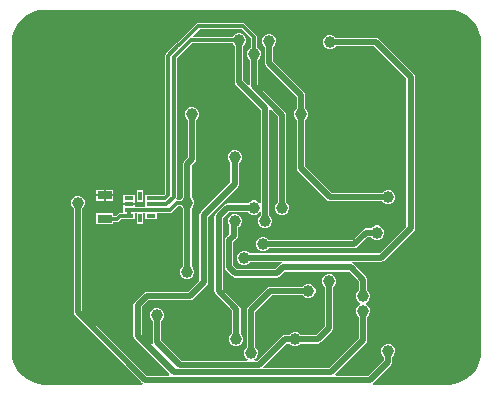
<source format=gbr>
%TF.GenerationSoftware,Altium Limited,Altium Designer,23.11.1 (41)*%
G04 Layer_Physical_Order=2*
G04 Layer_Color=16711680*
%FSLAX45Y45*%
%MOMM*%
%TF.SameCoordinates,EE14C10C-1293-43E7-8F5D-FAE76E51A431*%
%TF.FilePolarity,Positive*%
%TF.FileFunction,Copper,L2,Bot,Signal*%
%TF.Part,Single*%
G01*
G75*
%TA.AperFunction,SMDPad,CuDef*%
%ADD20R,1.20000X0.75000*%
%TA.AperFunction,Conductor*%
%ADD23C,0.50000*%
%TA.AperFunction,ViaPad*%
%ADD25C,5.00000*%
%ADD26C,1.00000*%
%TA.AperFunction,SMDPad,CuDef*%
%ADD27R,0.30000X0.80000*%
%ADD28R,0.80000X0.30000*%
%TA.AperFunction,Conductor*%
%ADD29C,0.30000*%
G36*
X11656158Y11282335D02*
X11692532Y11272589D01*
X11727321Y11258178D01*
X11759929Y11239352D01*
X11789803Y11216429D01*
X11816429Y11189803D01*
X11839352Y11159930D01*
X11858179Y11127319D01*
X11872589Y11092531D01*
X11882335Y11056159D01*
X11887250Y11018828D01*
Y11000000D01*
Y8400000D01*
Y8381172D01*
X11882335Y8343842D01*
X11872589Y8307468D01*
X11858178Y8272679D01*
X11839352Y8240070D01*
X11816429Y8210197D01*
X11789803Y8183571D01*
X11759929Y8160648D01*
X11727319Y8141821D01*
X11692531Y8127411D01*
X11656159Y8117665D01*
X11618828Y8112750D01*
X10972421D01*
X10968569Y8125450D01*
X10972634Y8128166D01*
X11125233Y8280766D01*
X11132969Y8292343D01*
X11135685Y8306000D01*
Y8350132D01*
X11150865Y8365312D01*
X11160000Y8387364D01*
Y8411234D01*
X11150865Y8433286D01*
X11133987Y8450165D01*
X11111934Y8459299D01*
X11088065D01*
X11066012Y8450165D01*
X11049134Y8433286D01*
X11040000Y8411234D01*
Y8387364D01*
X11049134Y8365312D01*
X11064314Y8350132D01*
Y8320781D01*
X10932618Y8189086D01*
X10657814D01*
X10652553Y8201786D01*
X10912033Y8461265D01*
X10919768Y8472843D01*
X10922485Y8486499D01*
Y8688333D01*
X10937664Y8703513D01*
X10946799Y8725565D01*
Y8749435D01*
X10937664Y8771487D01*
X10920786Y8788365D01*
X10909291Y8793127D01*
Y8806873D01*
X10920786Y8811634D01*
X10937664Y8828513D01*
X10946799Y8850565D01*
Y8874435D01*
X10937664Y8896487D01*
X10922485Y8911667D01*
Y9001401D01*
X10919768Y9015057D01*
X10912033Y9026635D01*
X10807534Y9131134D01*
X10795956Y9138869D01*
X10791203Y9139815D01*
X10792454Y9152515D01*
X11042401D01*
X11056057Y9155231D01*
X11067634Y9162967D01*
X11315534Y9410866D01*
X11323269Y9422444D01*
X11325986Y9436100D01*
Y10718800D01*
X11323269Y10732456D01*
X11315534Y10744034D01*
X11021133Y11038434D01*
X11009556Y11046170D01*
X10995899Y11048886D01*
X10655667D01*
X10640487Y11064066D01*
X10618435Y11073201D01*
X10594565D01*
X10572513Y11064066D01*
X10555634Y11047188D01*
X10546500Y11025135D01*
Y11001266D01*
X10555634Y10979213D01*
X10572513Y10962335D01*
X10594565Y10953201D01*
X10618435D01*
X10640487Y10962335D01*
X10655667Y10977515D01*
X10981118D01*
X11254614Y10704018D01*
Y9450882D01*
X11027619Y9223886D01*
X9929167D01*
X9913987Y9239066D01*
X9891935Y9248200D01*
X9868065D01*
X9846013Y9239066D01*
X9829135Y9222188D01*
X9820000Y9200135D01*
Y9176266D01*
X9829135Y9154213D01*
X9846013Y9137335D01*
X9868065Y9128201D01*
X9891935D01*
X9913987Y9137335D01*
X9929167Y9152515D01*
X10200646D01*
X10201897Y9139815D01*
X10197143Y9138869D01*
X10185566Y9131134D01*
X10145218Y9090786D01*
X9819182D01*
X9789286Y9120682D01*
Y9319718D01*
X9816833Y9347265D01*
X9824568Y9358843D01*
X9827285Y9372499D01*
Y9443857D01*
X9833987Y9446633D01*
X9850865Y9463512D01*
X9860000Y9485564D01*
Y9509434D01*
X9850865Y9531486D01*
X9833987Y9548364D01*
X9811935Y9557499D01*
X9788065D01*
X9766013Y9548364D01*
X9749134Y9531486D01*
X9740000Y9509434D01*
Y9485564D01*
X9749134Y9463512D01*
X9755913Y9456733D01*
Y9387280D01*
X9728366Y9359734D01*
X9720631Y9348156D01*
X9717914Y9334500D01*
Y9105900D01*
X9720631Y9092244D01*
X9728366Y9080666D01*
X9779166Y9029866D01*
X9790744Y9022131D01*
X9804400Y9019414D01*
X10160000D01*
X10173656Y9022131D01*
X10185233Y9029866D01*
X10225581Y9070214D01*
X10767518D01*
X10851113Y8986620D01*
Y8911667D01*
X10835933Y8896487D01*
X10826799Y8874435D01*
Y8850565D01*
X10835933Y8828513D01*
X10852812Y8811634D01*
X10864306Y8806873D01*
Y8793127D01*
X10852812Y8788365D01*
X10835933Y8771487D01*
X10826799Y8749435D01*
Y8725565D01*
X10835933Y8703513D01*
X10851113Y8688333D01*
Y8501280D01*
X10602418Y8252586D01*
X10048214D01*
X10042953Y8265286D01*
X10238282Y8460614D01*
X10264793D01*
X10279973Y8445434D01*
X10302025Y8436300D01*
X10325895D01*
X10347947Y8445434D01*
X10363127Y8460614D01*
X10502900D01*
X10516556Y8463331D01*
X10528134Y8471066D01*
X10625234Y8568166D01*
X10632969Y8579744D01*
X10635686Y8593400D01*
Y8937632D01*
X10650865Y8952812D01*
X10660000Y8974864D01*
Y8998734D01*
X10650865Y9020786D01*
X10633987Y9037665D01*
X10611935Y9046799D01*
X10588065D01*
X10566013Y9037665D01*
X10549134Y9020786D01*
X10540000Y8998734D01*
Y8974864D01*
X10549134Y8952812D01*
X10564314Y8937632D01*
Y8608181D01*
X10488118Y8531986D01*
X10363127D01*
X10347947Y8547166D01*
X10325895Y8556300D01*
X10302025D01*
X10279973Y8547166D01*
X10264793Y8531986D01*
X10223500D01*
X10209844Y8529269D01*
X10198266Y8521534D01*
X9992818Y8316086D01*
X9969803D01*
X9967277Y8328786D01*
X9972947Y8331134D01*
X9989826Y8348013D01*
X9998960Y8370065D01*
Y8393935D01*
X9989826Y8415987D01*
X9974646Y8431167D01*
Y8730379D01*
X10115381Y8871113D01*
X10375833D01*
X10391013Y8855934D01*
X10413065Y8846799D01*
X10436935D01*
X10458987Y8855934D01*
X10475866Y8872812D01*
X10485000Y8894864D01*
Y8918734D01*
X10475866Y8940786D01*
X10458987Y8957665D01*
X10436935Y8966799D01*
X10413065D01*
X10391013Y8957665D01*
X10375833Y8942485D01*
X10100599D01*
X10086943Y8939768D01*
X10075365Y8932033D01*
X9913726Y8770394D01*
X9905991Y8758816D01*
X9903274Y8745160D01*
Y8431167D01*
X9888095Y8415987D01*
X9878960Y8393935D01*
Y8370065D01*
X9888095Y8348013D01*
X9904973Y8331134D01*
X9910643Y8328786D01*
X9908117Y8316086D01*
X9349282D01*
X9177387Y8487980D01*
Y8650833D01*
X9192567Y8666013D01*
X9201701Y8688065D01*
Y8711935D01*
X9192567Y8733987D01*
X9175688Y8750866D01*
X9153636Y8760000D01*
X9129766D01*
X9107714Y8750866D01*
X9090836Y8733987D01*
X9081701Y8711935D01*
Y8688065D01*
X9090836Y8666013D01*
X9106015Y8650833D01*
Y8473199D01*
X9108545Y8460483D01*
X9107981Y8459731D01*
X9094756Y8456311D01*
X9014586Y8536482D01*
Y8773618D01*
X9069882Y8828914D01*
X9423400D01*
X9437056Y8831631D01*
X9448634Y8839366D01*
X9562934Y8953666D01*
X9570669Y8965244D01*
X9573386Y8978900D01*
Y9535618D01*
X9825234Y9787466D01*
X9832969Y9799044D01*
X9835686Y9812700D01*
Y9989033D01*
X9850865Y10004213D01*
X9860000Y10026266D01*
Y10050135D01*
X9850865Y10072188D01*
X9833987Y10089066D01*
X9811935Y10098200D01*
X9788065D01*
X9766013Y10089066D01*
X9749134Y10072188D01*
X9740000Y10050135D01*
Y10026266D01*
X9749134Y10004213D01*
X9764314Y9989033D01*
Y9827481D01*
X9512466Y9575634D01*
X9504731Y9564056D01*
X9502014Y9550400D01*
Y8993682D01*
X9408618Y8900286D01*
X9055100D01*
X9041444Y8897569D01*
X9029866Y8889834D01*
X8953666Y8813634D01*
X8945931Y8802056D01*
X8943214Y8788400D01*
Y8521700D01*
X8945931Y8508044D01*
X8953666Y8496466D01*
X9248347Y8201786D01*
X9243086Y8189086D01*
X9057182D01*
X8507186Y8739081D01*
Y9604132D01*
X8522366Y9619312D01*
X8531500Y9641365D01*
Y9665234D01*
X8522366Y9687287D01*
X8505487Y9704165D01*
X8483435Y9713299D01*
X8459566D01*
X8437513Y9704165D01*
X8420635Y9687287D01*
X8411500Y9665234D01*
Y9641365D01*
X8420635Y9619312D01*
X8435814Y9604132D01*
Y8724300D01*
X8438531Y8710643D01*
X8446267Y8699066D01*
X9017166Y8128166D01*
X9021231Y8125450D01*
X9017379Y8112750D01*
X8181172D01*
X8143840Y8117665D01*
X8107468Y8127411D01*
X8072679Y8141821D01*
X8040070Y8160648D01*
X8010197Y8183571D01*
X7983571Y8210197D01*
X7960648Y8240070D01*
X7941821Y8272680D01*
X7927411Y8307469D01*
X7917665Y8343841D01*
X7912750Y8381172D01*
Y8406800D01*
X7912750Y11000075D01*
X7912755Y11018900D01*
X7917678Y11056224D01*
X7927430Y11092588D01*
X7941844Y11127367D01*
X7960675Y11159969D01*
X7983597Y11189833D01*
X8010224Y11216452D01*
X8040094Y11239367D01*
X8072701Y11258189D01*
X8107483Y11272594D01*
X8143849Y11282336D01*
X8181176Y11287250D01*
X11618828D01*
X11656158Y11282335D01*
D02*
G37*
%LPC*%
G36*
X8770000Y9764000D02*
X8710000D01*
Y9726500D01*
X8770000D01*
Y9764000D01*
D02*
G37*
G36*
X8690000D02*
X8630000D01*
Y9726500D01*
X8690000D01*
Y9764000D01*
D02*
G37*
G36*
X8770000Y9706500D02*
X8710000D01*
Y9669000D01*
X8770000D01*
Y9706500D01*
D02*
G37*
G36*
X8690000D02*
X8630000D01*
Y9669000D01*
X8690000D01*
Y9706500D01*
D02*
G37*
G36*
X9025000Y9761500D02*
X8975000D01*
Y9661500D01*
X9025000D01*
Y9761500D01*
D02*
G37*
G36*
X8955000Y9716500D02*
X8855000D01*
X8855000Y9666500D01*
X8855000Y9653800D01*
Y9651499D01*
X8905000D01*
X8955000D01*
Y9666500D01*
X8955000Y9679200D01*
Y9716500D01*
D02*
G37*
G36*
X10102768Y11084168D02*
X10078898D01*
X10056846Y11075033D01*
X10039967Y11058155D01*
X10030833Y11036102D01*
Y11012233D01*
X10039967Y10990180D01*
X10055147Y10975001D01*
Y10838767D01*
X10057864Y10825111D01*
X10065599Y10813533D01*
X10327015Y10552118D01*
Y10449167D01*
X10311835Y10433987D01*
X10302701Y10411935D01*
Y10388065D01*
X10311835Y10366013D01*
X10327015Y10350833D01*
Y9944599D01*
X10329731Y9930943D01*
X10337467Y9919366D01*
X10582767Y9674066D01*
X10594344Y9666330D01*
X10608001Y9663614D01*
X11050833D01*
X11066012Y9648434D01*
X11088065Y9639299D01*
X11111934D01*
X11133987Y9648434D01*
X11150865Y9665312D01*
X11160000Y9687365D01*
Y9711234D01*
X11150865Y9733287D01*
X11133987Y9750165D01*
X11111934Y9759299D01*
X11088065D01*
X11066012Y9750165D01*
X11050833Y9734985D01*
X10622782D01*
X10398386Y9959381D01*
Y10350833D01*
X10413566Y10366013D01*
X10422701Y10388065D01*
Y10411935D01*
X10413566Y10433987D01*
X10398386Y10449167D01*
Y10566899D01*
X10395670Y10580556D01*
X10387934Y10592133D01*
X10126519Y10853549D01*
Y10975001D01*
X10141699Y10990180D01*
X10150833Y11012233D01*
Y11036102D01*
X10141699Y11058155D01*
X10124820Y11075033D01*
X10102768Y11084168D01*
D02*
G37*
G36*
X9867900Y11176090D02*
X9493832D01*
X9484077Y11174149D01*
X9475808Y11168624D01*
X9317273Y11010089D01*
X9312046Y11009049D01*
X9303776Y11003524D01*
X9214876Y10914624D01*
X9209351Y10906355D01*
X9207410Y10896600D01*
Y9726058D01*
X9198342Y9716990D01*
X9095000D01*
X9092538Y9716500D01*
X9045000D01*
Y9679200D01*
X9045000Y9666501D01*
X9044999D01*
Y9666499D01*
X9045000D01*
Y9616990D01*
X8963980D01*
X8955000Y9625970D01*
Y9631499D01*
X8905000D01*
X8855000D01*
Y9566990D01*
X8830000D01*
X8820245Y9565049D01*
X8811976Y9559524D01*
X8794442Y9541990D01*
X8770000D01*
Y9564000D01*
X8630000D01*
Y9469000D01*
X8770000D01*
Y9491010D01*
X8805000D01*
X8814755Y9492951D01*
X8823024Y9498476D01*
X8840558Y9516010D01*
X8905000D01*
X8907461Y9516500D01*
X8955000D01*
Y9566010D01*
X8975000D01*
Y9471500D01*
X9025000D01*
Y9566010D01*
X9045000D01*
Y9516500D01*
X9145000D01*
Y9566010D01*
X9248600D01*
X9258355Y9567951D01*
X9266624Y9573476D01*
X9320859Y9627711D01*
X9345615D01*
X9349134Y9619213D01*
X9364314Y9604033D01*
Y9115966D01*
X9349134Y9100786D01*
X9340000Y9078734D01*
Y9054864D01*
X9349134Y9032812D01*
X9366013Y9015933D01*
X9388065Y9006799D01*
X9411935D01*
X9433987Y9015933D01*
X9450866Y9032812D01*
X9460000Y9054864D01*
Y9078734D01*
X9450866Y9100786D01*
X9435686Y9115966D01*
Y9604033D01*
X9450866Y9619213D01*
X9460000Y9641266D01*
Y9665135D01*
X9450866Y9687188D01*
X9435686Y9702367D01*
Y9968219D01*
X9462533Y9995066D01*
X9470269Y10006644D01*
X9472985Y10020300D01*
Y10350833D01*
X9488165Y10366013D01*
X9497299Y10388065D01*
Y10411935D01*
X9488165Y10433987D01*
X9471287Y10450866D01*
X9449234Y10460000D01*
X9425365D01*
X9403312Y10450866D01*
X9386434Y10433987D01*
X9377300Y10411935D01*
Y10388065D01*
X9386434Y10366013D01*
X9401614Y10350833D01*
Y10035082D01*
X9374766Y10008234D01*
X9367031Y9996657D01*
X9364314Y9983001D01*
Y9702367D01*
X9349134Y9687188D01*
X9345615Y9678690D01*
X9312932D01*
X9307958Y9684816D01*
X9305698Y9690724D01*
X9307249Y9693045D01*
X9309190Y9702800D01*
Y10873342D01*
X9437859Y11002011D01*
X9783115D01*
X9786634Y10993513D01*
X9801814Y10978334D01*
Y10673000D01*
X9804531Y10659344D01*
X9812266Y10647766D01*
X10022714Y10437318D01*
Y9650368D01*
X10014059Y9647021D01*
X10010014Y9646638D01*
X9993987Y9662664D01*
X9971935Y9671799D01*
X9948065D01*
X9926013Y9662664D01*
X9910833Y9647485D01*
X9738799D01*
X9725143Y9644768D01*
X9713565Y9637033D01*
X9639466Y9562934D01*
X9631731Y9551356D01*
X9629014Y9537700D01*
Y8902700D01*
X9631731Y8889044D01*
X9639466Y8877466D01*
X9778274Y8738658D01*
Y8545467D01*
X9763095Y8530287D01*
X9753960Y8508235D01*
Y8484365D01*
X9763095Y8462313D01*
X9779973Y8445434D01*
X9802025Y8436300D01*
X9825895D01*
X9847947Y8445434D01*
X9864826Y8462313D01*
X9873960Y8484365D01*
Y8508235D01*
X9864826Y8530287D01*
X9849646Y8545467D01*
Y8753440D01*
X9846929Y8767096D01*
X9839194Y8778674D01*
X9700386Y8917482D01*
Y9522918D01*
X9753580Y9576113D01*
X9910833D01*
X9926013Y9560933D01*
X9948065Y9551799D01*
X9971935D01*
X9993987Y9560933D01*
X10010014Y9576960D01*
X10014059Y9576577D01*
X10022714Y9573230D01*
Y9546666D01*
X10007534Y9531486D01*
X9998400Y9509434D01*
Y9485564D01*
X10007534Y9463512D01*
X10024413Y9446633D01*
X10046465Y9437499D01*
X10070335D01*
X10092387Y9446633D01*
X10109266Y9463512D01*
X10118400Y9485564D01*
Y9509434D01*
X10109266Y9531486D01*
X10094086Y9546666D01*
Y10436886D01*
X10106786Y10442147D01*
X10164314Y10384619D01*
Y9660966D01*
X10149134Y9645786D01*
X10140000Y9623734D01*
Y9599864D01*
X10149134Y9577812D01*
X10166013Y9560933D01*
X10188065Y9551799D01*
X10211935D01*
X10233987Y9560933D01*
X10250865Y9577812D01*
X10260000Y9599864D01*
Y9623734D01*
X10250865Y9645786D01*
X10235686Y9660966D01*
Y10399400D01*
X10232969Y10413056D01*
X10225234Y10424634D01*
X9998186Y10651682D01*
Y10864034D01*
X10013366Y10879213D01*
X10022500Y10901266D01*
Y10925135D01*
X10013366Y10947188D01*
X9996487Y10964066D01*
X9987990Y10967586D01*
Y11056000D01*
X9986049Y11065755D01*
X9980524Y11074024D01*
X9885924Y11168624D01*
X9877655Y11174149D01*
X9867900Y11176090D01*
D02*
G37*
G36*
X11018635Y9460000D02*
X10994765D01*
X10972713Y9450866D01*
X10957533Y9435686D01*
X10911300D01*
X10897644Y9432969D01*
X10886066Y9425234D01*
X10799019Y9338186D01*
X10089167D01*
X10073987Y9353366D01*
X10051935Y9362500D01*
X10028065D01*
X10006013Y9353366D01*
X9989134Y9336488D01*
X9980000Y9314435D01*
Y9290566D01*
X9989134Y9268513D01*
X10006013Y9251635D01*
X10028065Y9242501D01*
X10051935D01*
X10073987Y9251635D01*
X10089167Y9266815D01*
X10813801D01*
X10827457Y9269531D01*
X10839034Y9277267D01*
X10926082Y9364314D01*
X10957533D01*
X10972713Y9349134D01*
X10994765Y9340000D01*
X11018635D01*
X11040687Y9349134D01*
X11057566Y9366013D01*
X11066700Y9388065D01*
Y9411935D01*
X11057566Y9433987D01*
X11040687Y9450866D01*
X11018635Y9460000D01*
D02*
G37*
%LPD*%
G36*
X9937010Y11045442D02*
Y10967586D01*
X9928513Y10964066D01*
X9911634Y10947188D01*
X9902500Y10925135D01*
Y10901266D01*
X9911634Y10879213D01*
X9926814Y10864034D01*
Y10652114D01*
X9914114Y10646853D01*
X9873186Y10687782D01*
Y10978334D01*
X9888366Y10993513D01*
X9897500Y11015566D01*
Y11039435D01*
X9888366Y11061488D01*
X9871487Y11078366D01*
X9849435Y11087501D01*
X9825565D01*
X9803513Y11078366D01*
X9786634Y11061488D01*
X9783115Y11052990D01*
X9448863D01*
X9444003Y11064724D01*
X9504390Y11125110D01*
X9857342D01*
X9937010Y11045442D01*
D02*
G37*
D20*
X8700000Y9516500D02*
D03*
Y9716500D02*
D03*
D23*
X10362701Y9944599D02*
X10608001Y9699299D01*
X11100000D01*
X10362701Y9944599D02*
Y10400000D01*
X11042401Y9188201D02*
X11290300Y9436100D01*
Y10718800D01*
X10995899Y11013201D02*
X11290300Y10718800D01*
X10606500Y11013201D02*
X10995899D01*
X8471500Y8724300D02*
Y9653299D01*
X9042400Y8153400D02*
X10947400D01*
X8471500Y8724300D02*
X9042400Y8153400D01*
X10947400D02*
X11100000Y8306000D01*
Y8399299D01*
X8978900Y8521700D02*
Y8788400D01*
Y8521700D02*
X9283700Y8216900D01*
X10617200D02*
X10886799Y8486499D01*
X9283700Y8216900D02*
X10617200D01*
X10223500Y8496300D02*
X10502900D01*
X9334500Y8280400D02*
X10007600D01*
X10223500Y8496300D01*
X9141701Y8473199D02*
X9334500Y8280400D01*
X9938960Y8382000D02*
Y8745160D01*
X10886799Y8486499D02*
Y8737500D01*
X8978900Y8788400D02*
X9055100Y8864600D01*
X9423400D01*
X9537700Y8978900D01*
Y9550400D01*
X9800000Y9812700D01*
Y10038200D01*
X9437299Y10020300D02*
Y10400000D01*
X9400000Y9066799D02*
Y9653200D01*
Y9983001D01*
X9437299Y10020300D01*
X10090833Y10838767D02*
X10362701Y10566899D01*
Y10400000D02*
Y10566899D01*
X10090833Y10838767D02*
Y11024168D01*
Y11026744D01*
X9791599Y9489098D02*
X9800000Y9497499D01*
X9791599Y9372499D02*
Y9489098D01*
X9753600Y9334500D02*
X9791599Y9372499D01*
X9753600Y9105900D02*
Y9334500D01*
Y9105900D02*
X9804400Y9055100D01*
X10160000D01*
X10210800Y9105900D01*
X10782300D01*
X10886799Y9001401D01*
Y8862500D02*
Y9001401D01*
X9880000Y9188201D02*
X11042401D01*
X10040000Y9302501D02*
X10813801D01*
X10911300Y9400000D01*
X11006700D01*
X9141701Y8473199D02*
Y8700000D01*
X9813960Y8496300D02*
Y8753440D01*
X9664700Y8902700D02*
X9813960Y8753440D01*
X9664700Y8902700D02*
Y9537700D01*
X9738799Y9611799D01*
X9960000D01*
X10058400Y9497499D02*
Y10452100D01*
X9837500Y10673000D02*
X10058400Y10452100D01*
X9837500Y10673000D02*
Y11027501D01*
X10200000Y9611799D02*
Y10399400D01*
X9962500Y10636900D02*
X10200000Y10399400D01*
X9962500Y10636900D02*
Y10913201D01*
X10600000Y8593400D02*
Y8986799D01*
X10502900Y8496300D02*
X10600000Y8593400D01*
X10100599Y8906799D02*
X10425000D01*
X9938960Y8745160D02*
X10100599Y8906799D01*
D25*
X8200000Y8400000D02*
D03*
X11600000Y11000000D02*
D03*
D26*
X9938960Y8382000D02*
D03*
X8471500Y9653299D02*
D03*
X11100000Y8399299D02*
D03*
X10362701Y10400000D02*
D03*
X9437299D02*
D03*
X9141701Y8700000D02*
D03*
X10606500Y11013201D02*
D03*
X10090833Y11024168D02*
D03*
X9962500Y10913201D02*
D03*
X9837500Y11027501D02*
D03*
X11100000Y9699299D02*
D03*
X10600000Y8986799D02*
D03*
X9400000Y9066799D02*
D03*
Y9653200D02*
D03*
X10058400Y9497499D02*
D03*
X9800000D02*
D03*
X9960000Y9611799D02*
D03*
X10200000D02*
D03*
X9800000Y10038200D02*
D03*
X10886799Y8737500D02*
D03*
Y8862500D02*
D03*
X11006700Y9400000D02*
D03*
X10425000Y8906799D02*
D03*
X10040000Y9302501D02*
D03*
X9880000Y9188201D02*
D03*
X10313960Y8496300D02*
D03*
X9813960D02*
D03*
D27*
X9000000Y9521500D02*
D03*
Y9711500D02*
D03*
D28*
X8905000Y9541500D02*
D03*
Y9591500D02*
D03*
Y9641500D02*
D03*
Y9691500D02*
D03*
X9095000Y9541500D02*
D03*
Y9591500D02*
D03*
Y9641500D02*
D03*
Y9691500D02*
D03*
D29*
X9867900Y11150600D02*
X9962500Y11056000D01*
X9493832Y11150600D02*
X9867900D01*
X9962500Y10913201D02*
Y11056000D01*
X9328732Y10985500D02*
X9493832Y11150600D01*
X9321800Y10985500D02*
X9328732D01*
X9232900Y9715500D02*
Y10896600D01*
X9321800Y10985500D01*
X9095000Y9691500D02*
X9208900D01*
X9232900Y9715500D01*
X9222400Y9641500D02*
X9283700Y9702800D01*
Y10883900D02*
X9427301Y11027501D01*
X9837500D01*
X9283700Y9702800D02*
Y10883900D01*
X9095000Y9641500D02*
X9222400D01*
X9248600Y9591500D02*
X9310300Y9653200D01*
X8905000Y9591500D02*
X9095000D01*
X9248600D01*
X9310300Y9653200D02*
X9400000D01*
X8805000Y9516500D02*
X8830000Y9541500D01*
X8905000D01*
X8700000Y9516500D02*
X8805000D01*
X8905000Y9541500D02*
Y9591500D01*
%TF.MD5,198d79a00225b5a40af118c99bc962fb*%
M02*

</source>
